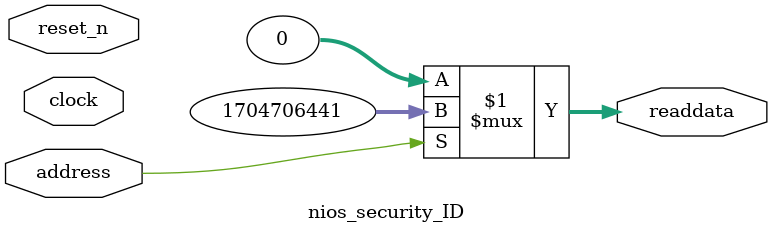
<source format=v>



// synthesis translate_off
`timescale 1ns / 1ps
// synthesis translate_on

// turn off superfluous verilog processor warnings 
// altera message_level Level1 
// altera message_off 10034 10035 10036 10037 10230 10240 10030 

module nios_security_ID (
               // inputs:
                address,
                clock,
                reset_n,

               // outputs:
                readdata
             )
;

  output  [ 31: 0] readdata;
  input            address;
  input            clock;
  input            reset_n;

  wire    [ 31: 0] readdata;
  //control_slave, which is an e_avalon_slave
  assign readdata = address ? 1704706441 : 0;

endmodule



</source>
